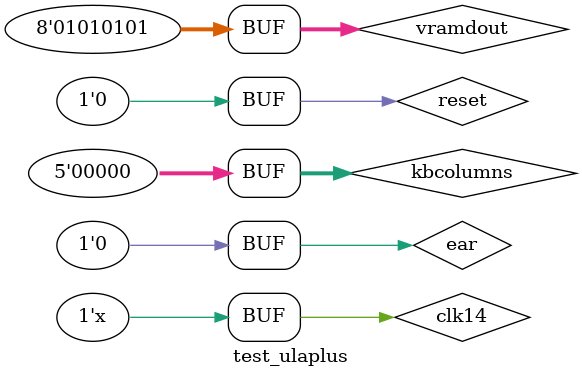
<source format=v>
`timescale 1ns / 1ps


module test_ulaplus;

	// Inputs
	reg clk14;
	reg reset;
	wire [15:0] a;
	wire [7:0] din;
	wire mreq_n;
	wire iorq_n;
	wire wr_n;
	wire rfsh_n;
	reg [7:0] vramdout;
	reg ear;
	reg [4:0] kbcolumns;

	// Outputs
	wire [7:0] dout;
	wire clkcpu;
	wire msk_int_n;
	wire [13:0] va;
	wire [7:0] vramdin;
	wire vramoe;
	wire vramcs;
	wire vramwe;
	wire mic;
	wire spk;
	wire [7:0] kbrows;
	wire r;
	wire g;
	wire b;
	wire i;
	wire [7:0] rgbulaplus;
	wire ulaplus_enabled;
	wire csync;

	// Instantiate the Unit Under Test (UUT)
	ulaplus uut (
		.clk14(clk14), 
		.reset(reset),
		.a(a), 
		.din(din), 
		.dout(dout), 
		.mreq_n(mreq_n), 
		.iorq_n(iorq_n), 
		.rd_n(1'b1), 
		.wr_n(wr_n), 
		.rfsh_n(rfsh_n),
		.clkcpu(clkcpu), 
		.msk_int_n(msk_int_n), 
		.va(va), 
		.vramdout(vramdout), 
		.vramdin(vramdin), 
		.vramoe(vramoe), 
		.vramcs(vramcs), 
		.vramwe(vramwe), 
		.ear(ear), 
		.mic(mic), 
		.spk(spk), 
		.kbrows(kbrows), 
		.kbcolumns(kbcolumns), 
		.r(r), 
		.g(g), 
		.b(b), 
		.i(i), 
		.rgbulaplus(rgbulaplus),
		.ulaplus_enabled(ulaplus_enabled),
		.csync(csync)
	);

	z80memio cpu (
		.clk(clkcpu),
	   .a(a),
		.d(din),
		.mreq_n(mreq_n),
		.iorq_n(iorq_n),
		.wr_n(wr_n),
		.rfsh_n(rfsh_n)
	);

	initial begin
		// Initialize Inputs
		clk14 = 0;
		vramdout = 8'b01010101;
		ear = 0;
		kbcolumns = 0;
		reset = 1;
		reset = #20 0;
	end
	
	always begin
		clk14 = #35.714286 ~clk14;
	end      
	
endmodule

</source>
